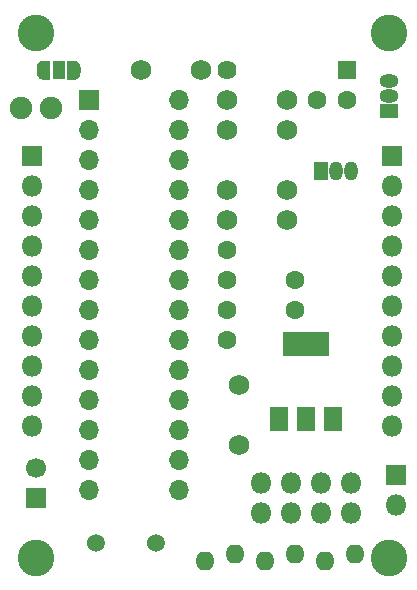
<source format=gbr>
%TF.GenerationSoftware,KiCad,Pcbnew,(5.1.6)-1*%
%TF.CreationDate,2022-03-13T12:34:37-03:00*%
%TF.ProjectId,nRF24L01_Arduino_v2,6e524632-344c-4303-915f-41726475696e,rev?*%
%TF.SameCoordinates,Original*%
%TF.FileFunction,Soldermask,Top*%
%TF.FilePolarity,Negative*%
%FSLAX46Y46*%
G04 Gerber Fmt 4.6, Leading zero omitted, Abs format (unit mm)*
G04 Created by KiCad (PCBNEW (5.1.6)-1) date 2022-03-13 12:34:37*
%MOMM*%
%LPD*%
G01*
G04 APERTURE LIST*
%ADD10O,1.150000X1.600000*%
%ADD11R,1.150000X1.600000*%
%ADD12O,1.600000X1.150000*%
%ADD13R,1.600000X1.150000*%
%ADD14R,1.800000X1.800000*%
%ADD15O,1.800000X1.800000*%
%ADD16C,0.100000*%
%ADD17R,1.100000X1.600000*%
%ADD18C,1.751000*%
%ADD19R,1.700000X1.700000*%
%ADD20O,1.700000X1.700000*%
%ADD21C,1.600000*%
%ADD22R,1.624000X1.624000*%
%ADD23C,1.624000*%
%ADD24C,3.100000*%
%ADD25C,1.700000*%
%ADD26R,3.900000X2.100000*%
%ADD27R,1.600000X2.100000*%
%ADD28C,1.900000*%
%ADD29O,1.624000X1.624000*%
%ADD30C,1.522400*%
G04 APERTURE END LIST*
D10*
%TO.C,Q1*%
X132715000Y-109220000D03*
X133985000Y-109220000D03*
D11*
X131445000Y-109220000D03*
%TD*%
D12*
%TO.C,CI3*%
X137160000Y-102870000D03*
X137160000Y-101600000D03*
D13*
X137160000Y-104140000D03*
%TD*%
D14*
%TO.C,P3*%
X137477500Y-107950000D03*
D15*
X137477500Y-110490000D03*
X137477500Y-113030000D03*
X137477500Y-115570000D03*
X137477500Y-118110000D03*
X137477500Y-120650000D03*
X137477500Y-123190000D03*
X137477500Y-125730000D03*
X137477500Y-128270000D03*
X137477500Y-130810000D03*
%TD*%
D16*
%TO.C,JP1*%
G36*
X109960245Y-101446539D02*
G01*
X109950866Y-101443694D01*
X109942221Y-101439073D01*
X109934645Y-101432855D01*
X109928427Y-101425279D01*
X109923806Y-101416634D01*
X109920961Y-101407255D01*
X109920000Y-101397500D01*
X109920000Y-99897500D01*
X109920961Y-99887745D01*
X109923806Y-99878366D01*
X109928427Y-99869721D01*
X109934645Y-99862145D01*
X109942221Y-99855927D01*
X109950866Y-99851306D01*
X109960245Y-99848461D01*
X109970000Y-99847500D01*
X110520000Y-99847500D01*
X110526111Y-99848102D01*
X110544534Y-99848102D01*
X110549435Y-99848343D01*
X110598266Y-99853153D01*
X110603119Y-99853873D01*
X110651244Y-99863445D01*
X110656005Y-99864637D01*
X110702960Y-99878881D01*
X110707579Y-99880534D01*
X110752912Y-99899311D01*
X110757349Y-99901409D01*
X110800622Y-99924540D01*
X110804829Y-99927062D01*
X110845628Y-99954322D01*
X110849570Y-99957246D01*
X110887499Y-99988374D01*
X110891134Y-99991669D01*
X110925831Y-100026366D01*
X110929126Y-100030001D01*
X110960254Y-100067930D01*
X110963178Y-100071872D01*
X110990438Y-100112671D01*
X110992960Y-100116878D01*
X111016091Y-100160151D01*
X111018189Y-100164588D01*
X111036966Y-100209921D01*
X111038619Y-100214540D01*
X111052863Y-100261495D01*
X111054055Y-100266256D01*
X111063627Y-100314381D01*
X111064347Y-100319234D01*
X111069157Y-100368065D01*
X111069398Y-100372966D01*
X111069398Y-100391389D01*
X111070000Y-100397500D01*
X111070000Y-100897500D01*
X111069398Y-100903611D01*
X111069398Y-100922034D01*
X111069157Y-100926935D01*
X111064347Y-100975766D01*
X111063627Y-100980619D01*
X111054055Y-101028744D01*
X111052863Y-101033505D01*
X111038619Y-101080460D01*
X111036966Y-101085079D01*
X111018189Y-101130412D01*
X111016091Y-101134849D01*
X110992960Y-101178122D01*
X110990438Y-101182329D01*
X110963178Y-101223128D01*
X110960254Y-101227070D01*
X110929126Y-101264999D01*
X110925831Y-101268634D01*
X110891134Y-101303331D01*
X110887499Y-101306626D01*
X110849570Y-101337754D01*
X110845628Y-101340678D01*
X110804829Y-101367938D01*
X110800622Y-101370460D01*
X110757349Y-101393591D01*
X110752912Y-101395689D01*
X110707579Y-101414466D01*
X110702960Y-101416119D01*
X110656005Y-101430363D01*
X110651244Y-101431555D01*
X110603119Y-101441127D01*
X110598266Y-101441847D01*
X110549435Y-101446657D01*
X110544534Y-101446898D01*
X110526111Y-101446898D01*
X110520000Y-101447500D01*
X109970000Y-101447500D01*
X109960245Y-101446539D01*
G37*
G36*
X107913889Y-101446898D02*
G01*
X107895466Y-101446898D01*
X107890565Y-101446657D01*
X107841734Y-101441847D01*
X107836881Y-101441127D01*
X107788756Y-101431555D01*
X107783995Y-101430363D01*
X107737040Y-101416119D01*
X107732421Y-101414466D01*
X107687088Y-101395689D01*
X107682651Y-101393591D01*
X107639378Y-101370460D01*
X107635171Y-101367938D01*
X107594372Y-101340678D01*
X107590430Y-101337754D01*
X107552501Y-101306626D01*
X107548866Y-101303331D01*
X107514169Y-101268634D01*
X107510874Y-101264999D01*
X107479746Y-101227070D01*
X107476822Y-101223128D01*
X107449562Y-101182329D01*
X107447040Y-101178122D01*
X107423909Y-101134849D01*
X107421811Y-101130412D01*
X107403034Y-101085079D01*
X107401381Y-101080460D01*
X107387137Y-101033505D01*
X107385945Y-101028744D01*
X107376373Y-100980619D01*
X107375653Y-100975766D01*
X107370843Y-100926935D01*
X107370602Y-100922034D01*
X107370602Y-100903611D01*
X107370000Y-100897500D01*
X107370000Y-100397500D01*
X107370602Y-100391389D01*
X107370602Y-100372966D01*
X107370843Y-100368065D01*
X107375653Y-100319234D01*
X107376373Y-100314381D01*
X107385945Y-100266256D01*
X107387137Y-100261495D01*
X107401381Y-100214540D01*
X107403034Y-100209921D01*
X107421811Y-100164588D01*
X107423909Y-100160151D01*
X107447040Y-100116878D01*
X107449562Y-100112671D01*
X107476822Y-100071872D01*
X107479746Y-100067930D01*
X107510874Y-100030001D01*
X107514169Y-100026366D01*
X107548866Y-99991669D01*
X107552501Y-99988374D01*
X107590430Y-99957246D01*
X107594372Y-99954322D01*
X107635171Y-99927062D01*
X107639378Y-99924540D01*
X107682651Y-99901409D01*
X107687088Y-99899311D01*
X107732421Y-99880534D01*
X107737040Y-99878881D01*
X107783995Y-99864637D01*
X107788756Y-99863445D01*
X107836881Y-99853873D01*
X107841734Y-99853153D01*
X107890565Y-99848343D01*
X107895466Y-99848102D01*
X107913889Y-99848102D01*
X107920000Y-99847500D01*
X108470000Y-99847500D01*
X108479755Y-99848461D01*
X108489134Y-99851306D01*
X108497779Y-99855927D01*
X108505355Y-99862145D01*
X108511573Y-99869721D01*
X108516194Y-99878366D01*
X108519039Y-99887745D01*
X108520000Y-99897500D01*
X108520000Y-101397500D01*
X108519039Y-101407255D01*
X108516194Y-101416634D01*
X108511573Y-101425279D01*
X108505355Y-101432855D01*
X108497779Y-101439073D01*
X108489134Y-101443694D01*
X108479755Y-101446539D01*
X108470000Y-101447500D01*
X107920000Y-101447500D01*
X107913889Y-101446898D01*
G37*
D17*
X109220000Y-100647500D03*
%TD*%
D18*
%TO.C,R5*%
X116205000Y-100647500D03*
X121285000Y-100647500D03*
%TD*%
D19*
%TO.C,CI1*%
X111760000Y-103187500D03*
D20*
X119380000Y-136207500D03*
X111760000Y-105727500D03*
X119380000Y-133667500D03*
X111760000Y-108267500D03*
X119380000Y-131127500D03*
X111760000Y-110807500D03*
X119380000Y-128587500D03*
X111760000Y-113347500D03*
X119380000Y-126047500D03*
X111760000Y-115887500D03*
X119380000Y-123507500D03*
X111760000Y-118427500D03*
X119380000Y-120967500D03*
X111760000Y-120967500D03*
X119380000Y-118427500D03*
X111760000Y-123507500D03*
X119380000Y-115887500D03*
X111760000Y-126047500D03*
X119380000Y-113347500D03*
X111760000Y-128587500D03*
X119380000Y-110807500D03*
X111760000Y-131127500D03*
X119380000Y-108267500D03*
X111760000Y-133667500D03*
X119380000Y-105727500D03*
X111760000Y-136207500D03*
X119380000Y-103187500D03*
%TD*%
D21*
%TO.C,C2*%
X129222500Y-120967500D03*
X129222500Y-118427500D03*
%TD*%
D22*
%TO.C,D1*%
X133667500Y-100647500D03*
D23*
X123507500Y-100647500D03*
%TD*%
D21*
%TO.C,C7*%
X123507500Y-115887500D03*
X123507500Y-118427500D03*
%TD*%
D24*
%TO.C,J4*%
X137160000Y-141922500D03*
%TD*%
%TO.C,J5*%
X107315000Y-97472500D03*
%TD*%
%TO.C,J6*%
X137160000Y-97472500D03*
%TD*%
%TO.C,J3*%
X107315000Y-141922500D03*
%TD*%
D21*
%TO.C,C5*%
X123507500Y-123507500D03*
X123507500Y-120967500D03*
%TD*%
D25*
%TO.C,C6*%
X107315000Y-134342500D03*
D19*
X107315000Y-136842500D03*
%TD*%
D21*
%TO.C,C8*%
X133667500Y-103187500D03*
X131127500Y-103187500D03*
%TD*%
D26*
%TO.C,CI2*%
X130175000Y-123850000D03*
D27*
X130175000Y-130150000D03*
X132475000Y-130150000D03*
X127875000Y-130150000D03*
%TD*%
D28*
%TO.C,LD1*%
X108585000Y-103822500D03*
X106045000Y-103822500D03*
%TD*%
D15*
%TO.C,Mod1*%
X126365000Y-138112500D03*
X126365000Y-135572500D03*
X128905000Y-138112500D03*
X128905000Y-135572500D03*
X131445000Y-138112500D03*
X131445000Y-135572500D03*
X133985000Y-138112500D03*
X133985000Y-135572500D03*
%TD*%
D29*
%TO.C,P1*%
X121602500Y-142240000D03*
X124142500Y-141605000D03*
X126682500Y-142240000D03*
X129222500Y-141605000D03*
X131762500Y-142240000D03*
X134302500Y-141605000D03*
%TD*%
D15*
%TO.C,P2*%
X106997500Y-130810000D03*
X106997500Y-128270000D03*
X106997500Y-125730000D03*
X106997500Y-123190000D03*
X106997500Y-120650000D03*
X106997500Y-118110000D03*
X106997500Y-115570000D03*
X106997500Y-113030000D03*
X106997500Y-110490000D03*
D14*
X106997500Y-107950000D03*
%TD*%
%TO.C,P4*%
X137795000Y-134937500D03*
D15*
X137795000Y-137477500D03*
%TD*%
D18*
%TO.C,R4*%
X128587500Y-110807500D03*
X123507500Y-110807500D03*
%TD*%
%TO.C,R6*%
X123507500Y-103187500D03*
X128587500Y-103187500D03*
%TD*%
%TO.C,R7*%
X123507500Y-105727500D03*
X128587500Y-105727500D03*
%TD*%
%TO.C,R8*%
X128587500Y-113347500D03*
X123507500Y-113347500D03*
%TD*%
D30*
%TO.C,X1*%
X117475000Y-140652500D03*
X112395000Y-140652500D03*
%TD*%
D18*
%TO.C,R9*%
X124460000Y-127317500D03*
X124460000Y-132397500D03*
%TD*%
M02*

</source>
